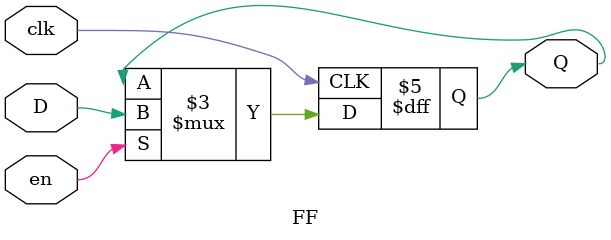
<source format=sv>
`define UTILS

module FF(clk, en, D, Q);
  parameter WIDTH = 1;
  parameter INIT  = 0;

  input wire                clk;
  input wire                en;
  input wire   [WIDTH-1:0]  D;

  output reg   [WIDTH-1:0]  Q = INIT;

  always @ (posedge clk) begin
    if(en) begin
      Q <= D;
    end
  end
endmodule

</source>
